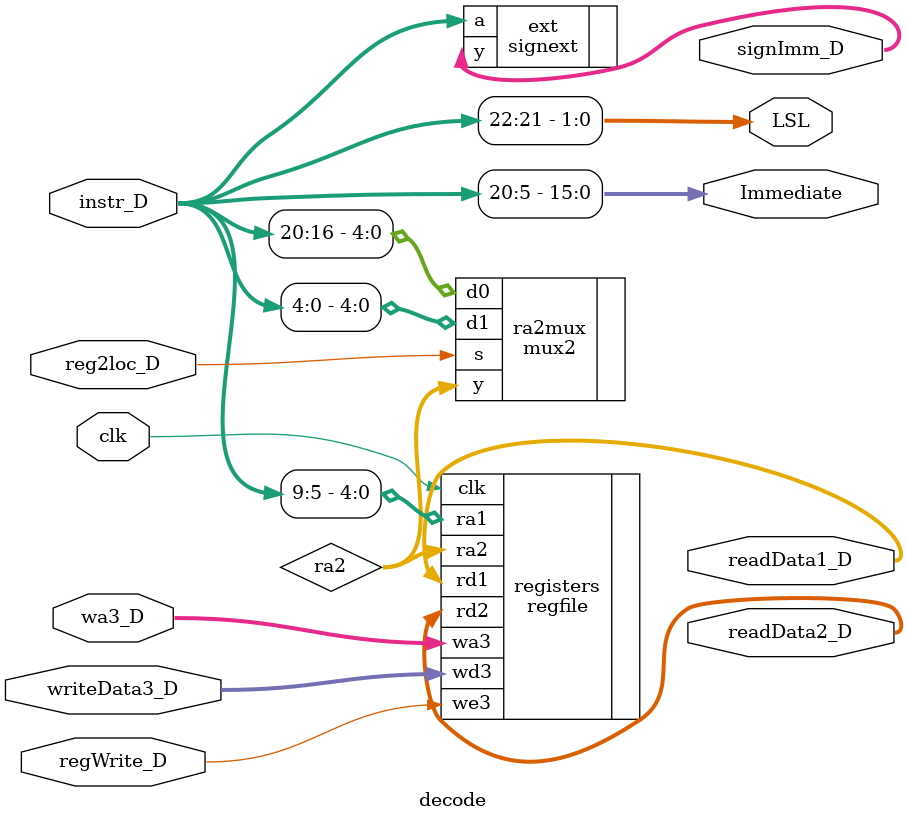
<source format=sv>

module decode #(parameter N = 64)
					(input logic regWrite_D, reg2loc_D, clk,
					input logic [N-1:0] writeData3_D,
					input logic [31:0] instr_D,
					output logic [N-1:0] signImm_D, readData1_D, readData2_D,
					output logic [15:0] Immediate ,
					output logic [1:0] LSL ,
					input logic [4:0] wa3_D); // Eliminar para single cycle processor
					
	logic [4:0] ra2;			

	assign Immediate = instr_D[20:5];
	assign LSL = instr_D[22:21];
	
	mux2 	#(5) 	ra2mux	(.d0(instr_D[20:16]), .d1(instr_D[4:0]), .s(reg2loc_D), .y(ra2));
	
	regfile 		registers(.clk(clk), .we3(regWrite_D), .ra1(instr_D[9:5]), .ra2(ra2), .wa3(wa3_D), 
								 .wd3(writeData3_D), .rd1(readData1_D), .rd2(readData2_D));
								
	// En single cycle processor:						
	//regfile registers (.clk(clk), .we3(regWrite_D), .ra1(instr_D[9:5]), .ra2(ra2), .wa3(instr_D[4:0]), 
	//							 .wd3(writeData3_D), .rd1(readData1_D), .rd2(readData2_D));
	
									
	signext 		ext		(.a(instr_D), .y(signImm_D));	
	
endmodule

</source>
